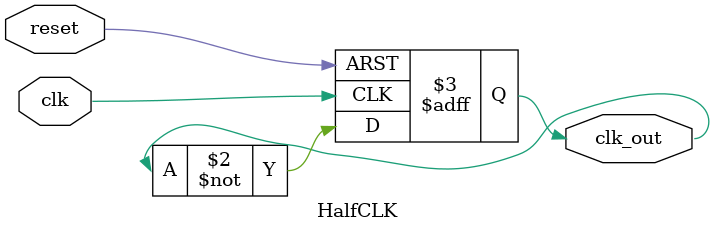
<source format=v>
`timescale 1ns / 1ps


module HalfCLK(
    input clk,
    input reset,
    output reg clk_out
    );
    
    always @(posedge clk or posedge reset) begin
        if (reset) begin
            clk_out <= 0;
        end else if (clk) begin
            clk_out <= ~clk_out;
        end
    end
    
endmodule

</source>
